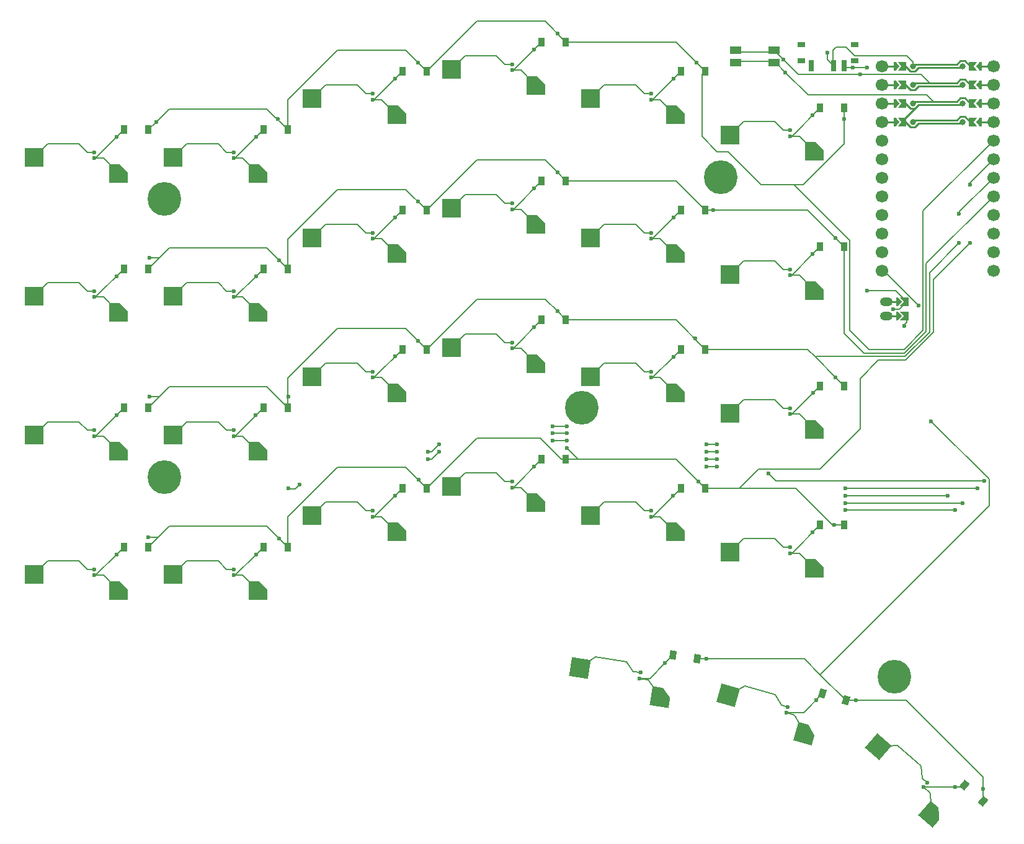
<source format=gbr>
%TF.GenerationSoftware,KiCad,Pcbnew,9.0.6*%
%TF.CreationDate,2026-01-10T00:21:16+01:00*%
%TF.ProjectId,shoedler54,73686f65-646c-4657-9235-342e6b696361,v1.0.0*%
%TF.SameCoordinates,Original*%
%TF.FileFunction,Copper,L2,Bot*%
%TF.FilePolarity,Positive*%
%FSLAX46Y46*%
G04 Gerber Fmt 4.6, Leading zero omitted, Abs format (unit mm)*
G04 Created by KiCad (PCBNEW 9.0.6) date 2026-01-10 00:21:16*
%MOMM*%
%LPD*%
G01*
G04 APERTURE LIST*
G04 Aperture macros list*
%AMRotRect*
0 Rectangle, with rotation*
0 The origin of the aperture is its center*
0 $1 length*
0 $2 width*
0 $3 Rotation angle, in degrees counterclockwise*
0 Add horizontal line*
21,1,$1,$2,0,0,$3*%
%AMOutline5P*
0 Free polygon, 5 corners , with rotation*
0 The origin of the aperture is its center*
0 number of corners: always 5*
0 $1 to $10 corner X, Y*
0 $11 Rotation angle, in degrees counterclockwise*
0 create outline with 5 corners*
4,1,5,$1,$2,$3,$4,$5,$6,$7,$8,$9,$10,$1,$2,$11*%
%AMOutline6P*
0 Free polygon, 6 corners , with rotation*
0 The origin of the aperture is its center*
0 number of corners: always 6*
0 $1 to $12 corner X, Y*
0 $13 Rotation angle, in degrees counterclockwise*
0 create outline with 6 corners*
4,1,6,$1,$2,$3,$4,$5,$6,$7,$8,$9,$10,$11,$12,$1,$2,$13*%
%AMOutline7P*
0 Free polygon, 7 corners , with rotation*
0 The origin of the aperture is its center*
0 number of corners: always 7*
0 $1 to $14 corner X, Y*
0 $15 Rotation angle, in degrees counterclockwise*
0 create outline with 7 corners*
4,1,7,$1,$2,$3,$4,$5,$6,$7,$8,$9,$10,$11,$12,$13,$14,$1,$2,$15*%
%AMOutline8P*
0 Free polygon, 8 corners , with rotation*
0 The origin of the aperture is its center*
0 number of corners: always 8*
0 $1 to $16 corner X, Y*
0 $17 Rotation angle, in degrees counterclockwise*
0 create outline with 8 corners*
4,1,8,$1,$2,$3,$4,$5,$6,$7,$8,$9,$10,$11,$12,$13,$14,$15,$16,$1,$2,$17*%
%AMFreePoly0*
4,1,6,0.250000,0.000000,-0.250000,-0.625000,-0.500000,-0.625000,-0.500000,0.625000,-0.250000,0.625000,0.250000,0.000000,0.250000,0.000000,$1*%
%AMFreePoly1*
4,1,6,0.500000,-0.625000,-0.650000,-0.625000,-0.150000,0.000000,-0.650000,0.625000,0.500000,0.625000,0.500000,-0.625000,0.500000,-0.625000,$1*%
%AMFreePoly2*
4,1,6,0.600000,-1.000000,0.000000,-0.400000,-0.600000,-1.000000,-0.600000,0.250000,0.600000,0.250000,0.600000,-1.000000,0.600000,-1.000000,$1*%
%AMFreePoly3*
4,1,6,0.600000,-0.200000,0.600000,-0.400000,-0.600000,-0.400000,-0.600000,-0.200000,0.000000,0.400000,0.600000,-0.200000,0.600000,-0.200000,$1*%
G04 Aperture macros list end*
%TA.AperFunction,SMDPad,CuDef*%
%ADD10RotRect,0.900000X1.200000X164.000000*%
%TD*%
%TA.AperFunction,SMDPad,CuDef*%
%ADD11R,0.900000X1.200000*%
%TD*%
%TA.AperFunction,SMDPad,CuDef*%
%ADD12RotRect,0.900000X1.200000X139.000000*%
%TD*%
%TA.AperFunction,SMDPad,CuDef*%
%ADD13R,1.000000X0.800000*%
%TD*%
%TA.AperFunction,SMDPad,CuDef*%
%ADD14R,0.700000X1.500000*%
%TD*%
%TA.AperFunction,SMDPad,CuDef*%
%ADD15FreePoly0,180.000000*%
%TD*%
%TA.AperFunction,ComponentPad*%
%ADD16C,1.700000*%
%TD*%
%TA.AperFunction,SMDPad,CuDef*%
%ADD17FreePoly0,0.000000*%
%TD*%
%TA.AperFunction,SMDPad,CuDef*%
%ADD18FreePoly1,0.000000*%
%TD*%
%TA.AperFunction,ComponentPad*%
%ADD19C,0.800000*%
%TD*%
%TA.AperFunction,SMDPad,CuDef*%
%ADD20FreePoly1,180.000000*%
%TD*%
%TA.AperFunction,WasherPad*%
%ADD21C,4.600000*%
%TD*%
%TA.AperFunction,SMDPad,CuDef*%
%ADD22FreePoly2,270.000000*%
%TD*%
%TA.AperFunction,ComponentPad*%
%ADD23O,1.750000X1.200000*%
%TD*%
%TA.AperFunction,SMDPad,CuDef*%
%ADD24FreePoly3,270.000000*%
%TD*%
%TA.AperFunction,SMDPad,CuDef*%
%ADD25R,1.550000X1.000000*%
%TD*%
%TA.AperFunction,SMDPad,CuDef*%
%ADD26RotRect,0.900000X1.200000X171.000000*%
%TD*%
%TA.AperFunction,SMDPad,CuDef*%
%ADD27Outline5P,-1.300000X1.300000X1.300000X1.300000X1.300000X-1.300000X-0.117000X-1.300000X-1.300000X-0.117000X180.000000*%
%TD*%
%TA.AperFunction,SMDPad,CuDef*%
%ADD28R,2.600000X2.600000*%
%TD*%
%TA.AperFunction,SMDPad,CuDef*%
%ADD29Outline5P,-1.300000X1.300000X1.300000X1.300000X1.300000X-1.300000X-0.117000X-1.300000X-1.300000X-0.117000X171.000000*%
%TD*%
%TA.AperFunction,SMDPad,CuDef*%
%ADD30RotRect,2.600000X2.600000X171.000000*%
%TD*%
%TA.AperFunction,SMDPad,CuDef*%
%ADD31Outline5P,-1.300000X1.300000X1.300000X1.300000X1.300000X-1.300000X-0.117000X-1.300000X-1.300000X-0.117000X139.000000*%
%TD*%
%TA.AperFunction,SMDPad,CuDef*%
%ADD32RotRect,2.600000X2.600000X139.000000*%
%TD*%
%TA.AperFunction,SMDPad,CuDef*%
%ADD33Outline5P,-1.300000X1.300000X1.300000X1.300000X1.300000X-1.300000X-0.117000X-1.300000X-1.300000X-0.117000X164.000000*%
%TD*%
%TA.AperFunction,SMDPad,CuDef*%
%ADD34RotRect,2.600000X2.600000X164.000000*%
%TD*%
%TA.AperFunction,ViaPad*%
%ADD35C,0.600000*%
%TD*%
%TA.AperFunction,Conductor*%
%ADD36C,0.200000*%
%TD*%
%TA.AperFunction,Conductor*%
%ADD37C,0.250000*%
%TD*%
G04 APERTURE END LIST*
D10*
%TO.P,D26,1*%
%TO.N,r0*%
X252572247Y-170967899D03*
%TO.P,D26,2*%
%TO.N,c4_r0*%
X249400083Y-170058295D03*
%TD*%
D11*
%TO.P,D21,1*%
%TO.N,r1*%
X252350000Y-147000000D03*
%TO.P,D21,2*%
%TO.N,c5_r1*%
X249050000Y-147000000D03*
%TD*%
%TO.P,D7,1*%
%TO.N,r3*%
X176350000Y-112000000D03*
%TO.P,D7,2*%
%TO.N,c1_r3*%
X173050000Y-112000000D03*
%TD*%
D12*
%TO.P,D27,1*%
%TO.N,r0*%
X271257175Y-184733378D03*
%TO.P,D27,2*%
%TO.N,c5_r0*%
X268766633Y-182568384D03*
%TD*%
D11*
%TO.P,D19,1*%
%TO.N,r3*%
X233350000Y-104000000D03*
%TO.P,D19,2*%
%TO.N,c4_r3*%
X230050000Y-104000000D03*
%TD*%
%TO.P,D1,1*%
%TO.N,r1*%
X157350000Y-150000000D03*
%TO.P,D1,2*%
%TO.N,c0_r1*%
X154050000Y-150000000D03*
%TD*%
%TO.P,D8,1*%
%TO.N,r4*%
X176350000Y-93000000D03*
%TO.P,D8,2*%
%TO.N,c1_r4*%
X173050000Y-93000000D03*
%TD*%
%TO.P,D23,1*%
%TO.N,r3*%
X252350000Y-109000000D03*
%TO.P,D23,2*%
%TO.N,c5_r3*%
X249050000Y-109000000D03*
%TD*%
D13*
%TO.P,PWR1,*%
%TO.N,*%
X246450000Y-83585000D03*
X253750000Y-83585000D03*
X246450000Y-81375000D03*
X253750000Y-81375000D03*
D14*
%TO.P,PWR1,1*%
%TO.N,N/C*%
X247850000Y-84235000D03*
%TO.P,PWR1,2*%
%TO.N,RAW*%
X250850000Y-84235000D03*
%TO.P,PWR1,3*%
%TO.N,BAT_P*%
X252350000Y-84235000D03*
%TD*%
D11*
%TO.P,D15,1*%
%TO.N,r3*%
X214350000Y-100000000D03*
%TO.P,D15,2*%
%TO.N,c3_r3*%
X211050000Y-100000000D03*
%TD*%
%TO.P,D5,1*%
%TO.N,r1*%
X176350000Y-150000000D03*
%TO.P,D5,2*%
%TO.N,c1_r1*%
X173050000Y-150000000D03*
%TD*%
%TO.P,D11,1*%
%TO.N,r3*%
X195350000Y-104000000D03*
%TO.P,D11,2*%
%TO.N,c2_r3*%
X192050000Y-104000000D03*
%TD*%
D15*
%TO.P,MCU1,1*%
%TO.N,MCU1_1*%
X270600000Y-84300000D03*
D16*
X272720000Y-84300000D03*
D15*
%TO.P,MCU1,2*%
%TO.N,MCU1_2*%
X270600000Y-86840000D03*
D16*
X272720000Y-86840000D03*
D15*
%TO.P,MCU1,3*%
%TO.N,MCU1_3*%
X270600000Y-89380000D03*
D16*
X272720000Y-89380000D03*
D15*
%TO.P,MCU1,4*%
%TO.N,MCU1_4*%
X270600000Y-91920000D03*
D16*
X272720000Y-91920000D03*
%TO.P,MCU1,5*%
%TO.N,r4*%
X272720000Y-94460000D03*
%TO.P,MCU1,6*%
%TO.N,r1*%
X272720000Y-97000000D03*
%TO.P,MCU1,7*%
%TO.N,r2*%
X272720000Y-99540000D03*
%TO.P,MCU1,8*%
%TO.N,r3*%
X272720000Y-102080000D03*
%TO.P,MCU1,9*%
%TO.N,DA*%
X272720000Y-104620000D03*
%TO.P,MCU1,10*%
%TO.N,CL*%
X272720000Y-107160000D03*
%TO.P,MCU1,11*%
%TO.N,c3*%
X272720000Y-109700000D03*
%TO.P,MCU1,12*%
%TO.N,c4*%
X272720000Y-112240000D03*
%TO.P,MCU1,13*%
%TO.N,r0*%
X257480000Y-112240000D03*
%TO.P,MCU1,14*%
%TO.N,c2*%
X257480000Y-109700000D03*
%TO.P,MCU1,15*%
%TO.N,CS*%
X257480000Y-107160000D03*
%TO.P,MCU1,16*%
%TO.N,c0*%
X257480000Y-104620000D03*
%TO.P,MCU1,17*%
%TO.N,c1*%
X257480000Y-102080000D03*
%TO.P,MCU1,18*%
%TO.N,c5*%
X257480000Y-99540000D03*
%TO.P,MCU1,19*%
%TO.N,P20*%
X257480000Y-97000000D03*
%TO.P,MCU1,20*%
%TO.N,P21*%
X257480000Y-94460000D03*
%TO.P,MCU1,21*%
%TO.N,MCU1_21*%
X257480000Y-91920000D03*
D17*
X259600000Y-91920000D03*
D16*
%TO.P,MCU1,22*%
%TO.N,MCU1_22*%
X257480000Y-89380000D03*
D17*
X259600000Y-89380000D03*
D16*
%TO.P,MCU1,23*%
%TO.N,MCU1_23*%
X257480000Y-86840000D03*
D17*
X259600000Y-86840000D03*
D16*
%TO.P,MCU1,24*%
%TO.N,MCU1_24*%
X257480000Y-84300000D03*
D17*
X259600000Y-84300000D03*
D18*
%TO.P,MCU1,101*%
%TO.N,P1*%
X260325000Y-84300000D03*
D19*
X268500000Y-84300000D03*
D18*
%TO.P,MCU1,102*%
%TO.N,P0*%
X260325000Y-86840000D03*
D19*
X268500000Y-86840000D03*
D18*
%TO.P,MCU1,103*%
%TO.N,GND*%
X260325000Y-89380000D03*
D19*
X268500000Y-89380000D03*
D18*
%TO.P,MCU1,104*%
X260325000Y-91920000D03*
D19*
X268500000Y-91920000D03*
%TO.P,MCU1,121*%
%TO.N,VCC*%
X261700000Y-91920000D03*
D20*
X269875000Y-91920000D03*
D19*
%TO.P,MCU1,122*%
%TO.N,RST*%
X261700000Y-89380000D03*
D20*
X269875000Y-89380000D03*
D19*
%TO.P,MCU1,123*%
%TO.N,GND*%
X261700000Y-86840000D03*
D20*
X269875000Y-86840000D03*
D19*
%TO.P,MCU1,124*%
%TO.N,RAW*%
X261700000Y-84300000D03*
D20*
X269875000Y-84300000D03*
%TD*%
D11*
%TO.P,D16,1*%
%TO.N,r4*%
X214350000Y-81000000D03*
%TO.P,D16,2*%
%TO.N,c3_r4*%
X211050000Y-81000000D03*
%TD*%
%TO.P,D12,1*%
%TO.N,r4*%
X195350000Y-85000000D03*
%TO.P,D12,2*%
%TO.N,c2_r4*%
X192050000Y-85000000D03*
%TD*%
D21*
%TO.P,MH1,*%
%TO.N,*%
X159500000Y-102500000D03*
%TD*%
%TO.P,MH5,*%
%TO.N,*%
X216500000Y-131000000D03*
%TD*%
D11*
%TO.P,D22,1*%
%TO.N,r2*%
X252350000Y-128000000D03*
%TO.P,D22,2*%
%TO.N,c5_r2*%
X249050000Y-128000000D03*
%TD*%
D21*
%TO.P,MH4,*%
%TO.N,*%
X259163733Y-167726197D03*
%TD*%
%TO.P,MH3,*%
%TO.N,*%
X159500000Y-140500000D03*
%TD*%
D11*
%TO.P,D17,1*%
%TO.N,r1*%
X233350000Y-142000000D03*
%TO.P,D17,2*%
%TO.N,c4_r1*%
X230050000Y-142000000D03*
%TD*%
%TO.P,D9,1*%
%TO.N,r1*%
X195350000Y-142000000D03*
%TO.P,D9,2*%
%TO.N,c2_r1*%
X192050000Y-142000000D03*
%TD*%
D22*
%TO.P,JST1,1*%
%TO.N,BAT_P*%
X260876000Y-116500000D03*
%TO.P,JST1,2*%
%TO.N,GND*%
X260876000Y-118500000D03*
D23*
%TO.P,JST1,11*%
%TO.N,JST1_1*%
X258060000Y-118500000D03*
%TO.P,JST1,12*%
%TO.N,JST1_2*%
X258060000Y-116500000D03*
D24*
%TO.P,JST1,31*%
%TO.N,JST1_1*%
X259860000Y-118500000D03*
%TO.P,JST1,32*%
%TO.N,JST1_2*%
X259860000Y-116500000D03*
%TD*%
D11*
%TO.P,D14,1*%
%TO.N,r2*%
X214350000Y-119000000D03*
%TO.P,D14,2*%
%TO.N,c3_r2*%
X211050000Y-119000000D03*
%TD*%
%TO.P,D24,1*%
%TO.N,r4*%
X252350000Y-90000000D03*
%TO.P,D24,2*%
%TO.N,c5_r4*%
X249050000Y-90000000D03*
%TD*%
%TO.P,D6,1*%
%TO.N,r2*%
X176350000Y-131000000D03*
%TO.P,D6,2*%
%TO.N,c1_r2*%
X173050000Y-131000000D03*
%TD*%
%TO.P,D20,1*%
%TO.N,r4*%
X233350000Y-85000000D03*
%TO.P,D20,2*%
%TO.N,c4_r4*%
X230050000Y-85000000D03*
%TD*%
D25*
%TO.P,RST1,1*%
%TO.N,GND*%
X237475000Y-82150000D03*
%TO.P,RST1,2*%
%TO.N,RST*%
X237475000Y-83850000D03*
%TO.P,RST1,3*%
%TO.N,GND*%
X242725000Y-82150000D03*
%TO.P,RST1,4*%
%TO.N,RST*%
X242725000Y-83850000D03*
%TD*%
D11*
%TO.P,D4,1*%
%TO.N,r4*%
X157350000Y-93000000D03*
%TO.P,D4,2*%
%TO.N,c0_r4*%
X154050000Y-93000000D03*
%TD*%
D21*
%TO.P,MH2,*%
%TO.N,*%
X235500000Y-99500000D03*
%TD*%
D26*
%TO.P,D25,1*%
%TO.N,r0*%
X232257010Y-165294794D03*
%TO.P,D25,2*%
%TO.N,c3_r0*%
X228997638Y-164778560D03*
%TD*%
D11*
%TO.P,D2,1*%
%TO.N,r2*%
X157350000Y-131000000D03*
%TO.P,D2,2*%
%TO.N,c0_r2*%
X154050000Y-131000000D03*
%TD*%
%TO.P,D3,1*%
%TO.N,r3*%
X157350000Y-112000000D03*
%TO.P,D3,2*%
%TO.N,c0_r3*%
X154050000Y-112000000D03*
%TD*%
%TO.P,D10,1*%
%TO.N,r2*%
X195350000Y-123000000D03*
%TO.P,D10,2*%
%TO.N,c2_r2*%
X192050000Y-123000000D03*
%TD*%
%TO.P,D13,1*%
%TO.N,r1*%
X214350000Y-138000000D03*
%TO.P,D13,2*%
%TO.N,c3_r1*%
X211050000Y-138000000D03*
%TD*%
%TO.P,D18,1*%
%TO.N,r2*%
X233350000Y-123000000D03*
%TO.P,D18,2*%
%TO.N,c4_r2*%
X230050000Y-123000000D03*
%TD*%
D27*
%TO.P,S19,1*%
%TO.N,c4_r3*%
X229275000Y-109950000D03*
D28*
%TO.P,S19,2*%
%TO.N,c4*%
X217725000Y-107750000D03*
%TD*%
D27*
%TO.P,S6,1*%
%TO.N,c1_r2*%
X172275000Y-136950000D03*
D28*
%TO.P,S6,2*%
%TO.N,c1*%
X160725000Y-134750000D03*
%TD*%
D27*
%TO.P,S24,1*%
%TO.N,c5_r4*%
X248275000Y-95950000D03*
D28*
%TO.P,S24,2*%
%TO.N,c5*%
X236725000Y-93750000D03*
%TD*%
D27*
%TO.P,S8,1*%
%TO.N,c1_r4*%
X172275000Y-98950000D03*
D28*
%TO.P,S8,2*%
%TO.N,c1*%
X160725000Y-96750000D03*
%TD*%
D27*
%TO.P,S7,1*%
%TO.N,c1_r3*%
X172275000Y-117950000D03*
D28*
%TO.P,S7,2*%
%TO.N,c1*%
X160725000Y-115750000D03*
%TD*%
D27*
%TO.P,S4,1*%
%TO.N,c0_r4*%
X153275000Y-98950000D03*
D28*
%TO.P,S4,2*%
%TO.N,c0*%
X141725000Y-96750000D03*
%TD*%
D29*
%TO.P,S25,1*%
%TO.N,c3_r0*%
X227301394Y-170534068D03*
D30*
%TO.P,S25,2*%
%TO.N,c3*%
X216237750Y-166554336D03*
%TD*%
D27*
%TO.P,S5,1*%
%TO.N,c1_r1*%
X172275000Y-155950000D03*
D28*
%TO.P,S5,2*%
%TO.N,c1*%
X160725000Y-153750000D03*
%TD*%
D27*
%TO.P,S14,1*%
%TO.N,c3_r2*%
X210275000Y-124950000D03*
D28*
%TO.P,S14,2*%
%TO.N,c3*%
X198725000Y-122750000D03*
%TD*%
D27*
%TO.P,S23,1*%
%TO.N,c5_r3*%
X248275000Y-114950000D03*
D28*
%TO.P,S23,2*%
%TO.N,c5*%
X236725000Y-112750000D03*
%TD*%
D27*
%TO.P,S20,1*%
%TO.N,c4_r4*%
X229275000Y-90950000D03*
D28*
%TO.P,S20,2*%
%TO.N,c4*%
X217725000Y-88750000D03*
%TD*%
D27*
%TO.P,S16,1*%
%TO.N,c3_r4*%
X210275000Y-86950000D03*
D28*
%TO.P,S16,2*%
%TO.N,c3*%
X198725000Y-84750000D03*
%TD*%
D27*
%TO.P,S1,1*%
%TO.N,c0_r1*%
X153275000Y-155950000D03*
D28*
%TO.P,S1,2*%
%TO.N,c0*%
X141725000Y-153750000D03*
%TD*%
D27*
%TO.P,S15,1*%
%TO.N,c3_r3*%
X210275000Y-105950000D03*
D28*
%TO.P,S15,2*%
%TO.N,c3*%
X198725000Y-103750000D03*
%TD*%
D27*
%TO.P,S2,1*%
%TO.N,c0_r2*%
X153275000Y-136950000D03*
D28*
%TO.P,S2,2*%
%TO.N,c0*%
X141725000Y-134750000D03*
%TD*%
D27*
%TO.P,S18,1*%
%TO.N,c4_r2*%
X229275000Y-128950000D03*
D28*
%TO.P,S18,2*%
%TO.N,c4*%
X217725000Y-126750000D03*
%TD*%
D27*
%TO.P,S17,1*%
%TO.N,c4_r1*%
X229275000Y-147950000D03*
D28*
%TO.P,S17,2*%
%TO.N,c4*%
X217725000Y-145750000D03*
%TD*%
D27*
%TO.P,S11,1*%
%TO.N,c2_r3*%
X191275000Y-109950000D03*
D28*
%TO.P,S11,2*%
%TO.N,c2*%
X179725000Y-107750000D03*
%TD*%
D27*
%TO.P,S21,1*%
%TO.N,c5_r1*%
X248275000Y-152950000D03*
D28*
%TO.P,S21,2*%
%TO.N,c5*%
X236725000Y-150750000D03*
%TD*%
D27*
%TO.P,S12,1*%
%TO.N,c2_r4*%
X191275000Y-90950000D03*
D28*
%TO.P,S12,2*%
%TO.N,c2*%
X179725000Y-88750000D03*
%TD*%
D27*
%TO.P,S9,1*%
%TO.N,c2_r1*%
X191275000Y-147950000D03*
D28*
%TO.P,S9,2*%
%TO.N,c2*%
X179725000Y-145750000D03*
%TD*%
D27*
%TO.P,S3,1*%
%TO.N,c0_r3*%
X153275000Y-117950000D03*
D28*
%TO.P,S3,2*%
%TO.N,c0*%
X141725000Y-115750000D03*
%TD*%
D27*
%TO.P,S13,1*%
%TO.N,c3_r1*%
X210275000Y-143950000D03*
D28*
%TO.P,S13,2*%
%TO.N,c3*%
X198725000Y-141750000D03*
%TD*%
D27*
%TO.P,S22,1*%
%TO.N,c5_r2*%
X248275000Y-133950000D03*
D28*
%TO.P,S22,2*%
%TO.N,c5*%
X236725000Y-131750000D03*
%TD*%
D31*
%TO.P,S27,1*%
%TO.N,c5_r0*%
X264278182Y-186550460D03*
D32*
%TO.P,S27,2*%
%TO.N,c5*%
X257004616Y-177312617D03*
%TD*%
D33*
%TO.P,S26,1*%
%TO.N,c4_r0*%
X247015063Y-175564183D03*
D34*
%TO.P,S26,2*%
%TO.N,c4*%
X236518892Y-170265796D03*
%TD*%
D27*
%TO.P,S10,1*%
%TO.N,c2_r2*%
X191275000Y-128950000D03*
D28*
%TO.P,S10,2*%
%TO.N,c2*%
X179725000Y-126750000D03*
%TD*%
D35*
%TO.N,GND*%
X260500000Y-119802000D03*
%TO.N,BAT_P*%
X259000000Y-117500000D03*
X253500000Y-84500000D03*
%TO.N,GND*%
X244044869Y-83437757D03*
%TO.N,RST*%
X244325000Y-85175000D03*
%TO.N,r3*%
X234500000Y-104000000D03*
%TO.N,c4_r3*%
X229025000Y-105025000D03*
%TO.N,RAW*%
X250000000Y-82500000D03*
%TO.N,r4*%
X252350000Y-91500000D03*
%TO.N,c5_r4*%
X248025000Y-91025000D03*
%TO.N,r4*%
X232175000Y-83825000D03*
%TO.N,c4_r4*%
X229025000Y-86025000D03*
%TO.N,r4*%
X213216826Y-79866826D03*
%TO.N,c3_r4*%
X210025000Y-82025000D03*
%TO.N,r4*%
X194175000Y-83825000D03*
%TO.N,c2_r4*%
X191000000Y-86000000D03*
%TO.N,r4*%
X175000000Y-91500000D03*
%TO.N,c1_r4*%
X172025000Y-94025000D03*
%TO.N,r4*%
X158425000Y-91925000D03*
%TO.N,c0_r4*%
X153025000Y-94025000D03*
%TO.N,r3*%
X157500000Y-110500000D03*
%TO.N,c0_r3*%
X153000000Y-113000000D03*
%TO.N,r3*%
X175175000Y-110825000D03*
%TO.N,c1_r3*%
X172025000Y-113025000D03*
%TO.N,r3*%
X194127111Y-102777111D03*
%TO.N,c2_r3*%
X191000000Y-105000000D03*
%TO.N,r3*%
X213175000Y-98825000D03*
%TO.N,c3_r3*%
X210000000Y-101000000D03*
%TO.N,r3*%
X251175000Y-107825000D03*
%TO.N,c5_r3*%
X248025000Y-110025000D03*
%TO.N,r2*%
X251175000Y-126825000D03*
%TO.N,c5_r2*%
X248112089Y-128945193D03*
%TO.N,r2*%
X232000000Y-121500000D03*
%TO.N,c4_r2*%
X229025000Y-124025000D03*
%TO.N,r2*%
X213175000Y-117825000D03*
%TO.N,c3_r2*%
X210000000Y-120000000D03*
%TO.N,r2*%
X194175000Y-121825000D03*
%TO.N,c2_r2*%
X191000000Y-124000000D03*
%TO.N,r2*%
X176500000Y-129500000D03*
%TO.N,c1_r2*%
X172000000Y-132000000D03*
%TO.N,r2*%
X157500000Y-129500000D03*
%TO.N,c0_r2*%
X153000000Y-132000000D03*
%TO.N,c0_r1*%
X153025000Y-151025000D03*
%TO.N,r1*%
X157350000Y-148645862D03*
X175175000Y-148825000D03*
%TO.N,c1_r1*%
X172025000Y-151025000D03*
%TO.N,r0*%
X271257175Y-183080363D03*
%TO.N,c5_r0*%
X267500000Y-182835844D03*
%TO.N,c4_r0*%
X248479189Y-170979189D03*
%TO.N,r0*%
X253967899Y-170967899D03*
%TO.N,c3_r0*%
X227888099Y-165888099D03*
%TO.N,r0*%
X233500000Y-165294794D03*
%TO.N,c2_r1*%
X191000000Y-143000000D03*
%TO.N,r1*%
X194211098Y-140854309D03*
X232425000Y-141075000D03*
%TO.N,c4_r1*%
X229000000Y-143000000D03*
%TO.N,r1*%
X251000000Y-147000000D03*
%TO.N,c5_r1*%
X248000000Y-148000000D03*
%TO.N,r1*%
X214500000Y-136500000D03*
%TO.N,c3_r1*%
X210025000Y-139025000D03*
%TO.N,GND*%
X254500000Y-85451000D03*
%TO.N,BAT_P*%
X255500000Y-115000000D03*
X255500000Y-84500000D03*
%TO.N,r1*%
X269500000Y-100500000D03*
X269500000Y-108500000D03*
%TO.N,r2*%
X268000000Y-104500000D03*
X268000000Y-108500000D03*
%TO.N,r0*%
X262508665Y-116991335D03*
X264174972Y-132825028D03*
%TO.N,c0_r1*%
X150000000Y-153875000D03*
%TO.N,c0*%
X214500000Y-135500000D03*
X212500000Y-135500000D03*
X195500000Y-138000000D03*
X267500000Y-145000000D03*
X150000000Y-134075000D03*
X176500000Y-142000000D03*
X252500000Y-145000000D03*
X197000000Y-137000000D03*
X150000000Y-153075000D03*
X235000000Y-139000000D03*
X233500000Y-139000000D03*
X178000000Y-141500000D03*
X150000000Y-96075000D03*
X150000000Y-115075000D03*
%TO.N,c0_r2*%
X150000000Y-134875000D03*
%TO.N,c0_r3*%
X150000000Y-115875000D03*
%TO.N,c0_r4*%
X150000000Y-96875000D03*
%TO.N,c1_r1*%
X169000000Y-153875000D03*
%TO.N,c1*%
X212500000Y-134500000D03*
X195500000Y-137000000D03*
X197000000Y-136000000D03*
X252500000Y-144000000D03*
X233500000Y-138000000D03*
X214500000Y-134500000D03*
X268500000Y-144000000D03*
X169000000Y-96075000D03*
X235000000Y-138000000D03*
X169000000Y-134075000D03*
X169000000Y-115075000D03*
X169000000Y-153075000D03*
%TO.N,c1_r2*%
X169000000Y-134875000D03*
%TO.N,c1_r3*%
X169000000Y-115875000D03*
%TO.N,c1_r4*%
X169000000Y-96875000D03*
%TO.N,c2_r1*%
X188000000Y-145875000D03*
%TO.N,c2*%
X266500000Y-143000000D03*
X212500000Y-133500000D03*
X188000000Y-107075000D03*
X188000000Y-126075000D03*
X188000000Y-88075000D03*
X233500000Y-137000000D03*
X235000000Y-137000000D03*
X188000000Y-145075000D03*
X214500000Y-133500000D03*
X252500000Y-143000000D03*
%TO.N,c2_r2*%
X188000000Y-126875000D03*
%TO.N,c2_r3*%
X188000000Y-107875000D03*
%TO.N,c2_r4*%
X188000000Y-88875000D03*
%TO.N,c3_r1*%
X207000000Y-141875000D03*
%TO.N,c3*%
X224516464Y-167182142D03*
X233500000Y-136000000D03*
X235000000Y-136000000D03*
X207000000Y-122075000D03*
X207000000Y-84075000D03*
X207000000Y-141075000D03*
X270500000Y-142000000D03*
X207000000Y-103075000D03*
X252500000Y-142000000D03*
%TO.N,c3_r2*%
X207000000Y-122875000D03*
%TO.N,c3_r3*%
X207000000Y-103875000D03*
%TO.N,c3_r4*%
X207000000Y-84875000D03*
%TO.N,c4_r1*%
X226000000Y-145875000D03*
%TO.N,c4*%
X271500000Y-141000000D03*
X244659388Y-171897844D03*
X226000000Y-107075000D03*
X226000000Y-145075000D03*
X226000000Y-126075000D03*
X242000000Y-140000000D03*
X226000000Y-88075000D03*
%TO.N,c4_r2*%
X226000000Y-126875000D03*
%TO.N,c4_r3*%
X226000000Y-107875000D03*
%TO.N,c4_r4*%
X226000000Y-88875000D03*
%TO.N,c5_r1*%
X245000000Y-150875000D03*
%TO.N,c5*%
X245000000Y-112075000D03*
X245000000Y-93075000D03*
X245000000Y-150075000D03*
X263692678Y-182232077D03*
X245000000Y-131075000D03*
%TO.N,c5_r2*%
X245000000Y-131875000D03*
%TO.N,c5_r3*%
X245000000Y-112875000D03*
%TO.N,c5_r4*%
X245000000Y-93875000D03*
%TO.N,c3_r0*%
X224391316Y-167972292D03*
%TO.N,c4_r0*%
X244438878Y-172666853D03*
%TO.N,c5_r0*%
X263167830Y-182835844D03*
%TD*%
D36*
%TO.N,r4*%
X236500000Y-96000000D02*
X235000000Y-96000000D01*
X241000000Y-100500000D02*
X236500000Y-96000000D01*
X235000000Y-96000000D02*
X232899000Y-93899000D01*
X241000000Y-100500000D02*
X245000000Y-100500000D01*
%TO.N,GND*%
X260876000Y-119327442D02*
X260398628Y-119804814D01*
X260876000Y-118500000D02*
X260876000Y-119327442D01*
%TO.N,BAT_P*%
X259000000Y-117500000D02*
X259876000Y-117500000D01*
X259876000Y-117500000D02*
X260876000Y-116500000D01*
X253500000Y-84500000D02*
X255500000Y-84500000D01*
%TO.N,RST*%
X244325000Y-85175000D02*
X247379000Y-88229000D01*
%TO.N,c4_r3*%
X229025000Y-105025000D02*
X226175000Y-107875000D01*
D37*
%TO.N,RAW*%
X269875000Y-84300000D02*
X269525305Y-84300000D01*
X269525305Y-84300000D02*
X268800305Y-83575000D01*
X268800305Y-83575000D02*
X268199695Y-83575000D01*
X268199695Y-83575000D02*
X267694695Y-84080000D01*
X267694695Y-84080000D02*
X261920000Y-84080000D01*
X261920000Y-84080000D02*
X261700000Y-84300000D01*
D36*
X250850000Y-84235000D02*
X250799000Y-84184000D01*
X252547000Y-81674000D02*
X253757000Y-82884000D01*
X250799000Y-84184000D02*
X250799000Y-82143215D01*
X250799000Y-82143215D02*
X251268215Y-81674000D01*
X251268215Y-81674000D02*
X252547000Y-81674000D01*
X253757000Y-82884000D02*
X260849685Y-82884000D01*
X260849685Y-82884000D02*
X261700000Y-83734315D01*
X261700000Y-83734315D02*
X261700000Y-84300000D01*
X250000000Y-82500000D02*
X250000000Y-83385000D01*
X250000000Y-83385000D02*
X250850000Y-84235000D01*
%TO.N,r4*%
X252350000Y-91500000D02*
X252350000Y-90000000D01*
X232175000Y-83825000D02*
X233350000Y-85000000D01*
%TO.N,c4_r4*%
X229025000Y-86025000D02*
X226175000Y-88875000D01*
%TO.N,c3_r4*%
X210025000Y-82025000D02*
X207175000Y-84875000D01*
%TO.N,r4*%
X194175000Y-83825000D02*
X195350000Y-85000000D01*
X158425000Y-91925000D02*
X160201000Y-90149000D01*
%TO.N,c0_r4*%
X153025000Y-94025000D02*
X150175000Y-96875000D01*
%TO.N,r3*%
X157350000Y-112000000D02*
X158850000Y-110500000D01*
X157500000Y-110500000D02*
X158850000Y-110500000D01*
X175175000Y-110825000D02*
X176350000Y-112000000D01*
%TO.N,c1_r3*%
X172025000Y-113025000D02*
X169175000Y-115875000D01*
%TO.N,r3*%
X213175000Y-98825000D02*
X214350000Y-100000000D01*
X251175000Y-107825000D02*
X252350000Y-109000000D01*
%TO.N,c5_r3*%
X248025000Y-110025000D02*
X245175000Y-112875000D01*
%TO.N,r2*%
X251175000Y-126825000D02*
X252350000Y-128000000D01*
%TO.N,c4_r2*%
X229025000Y-124025000D02*
X226175000Y-126875000D01*
%TO.N,r2*%
X213175000Y-117825000D02*
X214350000Y-119000000D01*
X194175000Y-121825000D02*
X195350000Y-123000000D01*
X157350000Y-131000000D02*
X158850000Y-129500000D01*
X157500000Y-129500000D02*
X158850000Y-129500000D01*
%TO.N,c0_r1*%
X153025000Y-151025000D02*
X150175000Y-153875000D01*
%TO.N,r1*%
X157350000Y-150000000D02*
X158675000Y-148675000D01*
X157350000Y-148645862D02*
X158645862Y-148645862D01*
X158645862Y-148645862D02*
X158675000Y-148675000D01*
X175175000Y-148825000D02*
X176350000Y-150000000D01*
%TO.N,c1_r1*%
X172025000Y-151025000D02*
X169175000Y-153875000D01*
%TO.N,c5_r0*%
X267500000Y-182835844D02*
X263167830Y-182835844D01*
%TO.N,c3_r0*%
X227888099Y-165888099D02*
X225803906Y-167972292D01*
%TO.N,r1*%
X214350000Y-138000000D02*
X216000000Y-138000000D01*
X214500000Y-136500000D02*
X216000000Y-138000000D01*
X195000000Y-141650000D02*
X195350000Y-142000000D01*
%TO.N,GND*%
X254500000Y-85451000D02*
X262831000Y-85451000D01*
%TO.N,BAT_P*%
X255500000Y-115000000D02*
X259376000Y-115000000D01*
X259376000Y-115000000D02*
X260876000Y-116500000D01*
X252615000Y-84500000D02*
X253500000Y-84500000D01*
X252350000Y-84235000D02*
X252615000Y-84500000D01*
D37*
%TO.N,GND*%
X260325000Y-91920000D02*
X260325000Y-91780305D01*
X260325000Y-91780305D02*
X262000305Y-90105000D01*
X267694695Y-86620000D02*
X264000000Y-86620000D01*
D36*
X242725000Y-82150000D02*
X246026000Y-85451000D01*
X246026000Y-85451000D02*
X254500000Y-85451000D01*
X262831000Y-85451000D02*
X264000000Y-86620000D01*
X237475000Y-82150000D02*
X237676000Y-82351000D01*
X237676000Y-82351000D02*
X242524000Y-82351000D01*
X242524000Y-82351000D02*
X242725000Y-82150000D01*
%TO.N,RST*%
X237475000Y-83850000D02*
X237676000Y-83649000D01*
X242524000Y-83649000D02*
X242725000Y-83850000D01*
X237676000Y-83649000D02*
X242524000Y-83649000D01*
D37*
X267694695Y-89160000D02*
X264500000Y-89160000D01*
D36*
X242725000Y-83850000D02*
X243000000Y-83850000D01*
X243000000Y-83850000D02*
X244325000Y-85175000D01*
X247379000Y-88229000D02*
X263569000Y-88229000D01*
X263569000Y-88229000D02*
X264500000Y-89160000D01*
%TO.N,r1*%
X269500000Y-100500000D02*
X269500000Y-100220000D01*
X269500000Y-100220000D02*
X272720000Y-97000000D01*
X264500000Y-113500000D02*
X269500000Y-108500000D01*
X260500000Y-124500000D02*
X260701300Y-124500000D01*
X260701300Y-124500000D02*
X264500000Y-120701300D01*
X264500000Y-120701300D02*
X264500000Y-113500000D01*
%TO.N,r2*%
X268000000Y-104500000D02*
X268000000Y-104260000D01*
X268000000Y-104260000D02*
X272720000Y-99540000D01*
X264000000Y-112500000D02*
X268000000Y-108500000D01*
X260500000Y-124000000D02*
X260634200Y-124000000D01*
X260634200Y-124000000D02*
X264000000Y-120634200D01*
X264000000Y-120634200D02*
X264000000Y-112500000D01*
%TO.N,r3*%
X252350000Y-109000000D02*
X252350000Y-120850000D01*
X252350000Y-120850000D02*
X255000000Y-123500000D01*
X255000000Y-123500000D02*
X260567100Y-123500000D01*
X260567100Y-123500000D02*
X263510665Y-120556435D01*
X263510665Y-120556435D02*
X263510665Y-111289335D01*
X263510665Y-111289335D02*
X272720000Y-102080000D01*
%TO.N,r4*%
X260500000Y-123000000D02*
X263109665Y-120390335D01*
X263109665Y-120390335D02*
X263109665Y-104070335D01*
X263109665Y-104070335D02*
X272720000Y-94460000D01*
%TO.N,r2*%
X249500000Y-124000000D02*
X260500000Y-124000000D01*
X248425000Y-124075000D02*
X248500000Y-124000000D01*
X248500000Y-124000000D02*
X249500000Y-124000000D01*
%TO.N,r1*%
X257000000Y-124500000D02*
X260500000Y-124500000D01*
X254500000Y-133899000D02*
X254500000Y-128500000D01*
X249000000Y-139399000D02*
X254500000Y-133899000D01*
X254500000Y-128500000D02*
X254500000Y-127000000D01*
X240601000Y-139399000D02*
X249000000Y-139399000D01*
X254500000Y-127000000D02*
X257000000Y-124500000D01*
%TO.N,r0*%
X262508665Y-116991335D02*
X257757330Y-112240000D01*
X257757330Y-112240000D02*
X257480000Y-112240000D01*
%TO.N,r2*%
X247350000Y-123000000D02*
X248425000Y-124075000D01*
%TO.N,r1*%
X238000000Y-142000000D02*
X240601000Y-139399000D01*
X233350000Y-142000000D02*
X238000000Y-142000000D01*
%TO.N,r0*%
X272101000Y-140751057D02*
X264174972Y-132825028D01*
X272101000Y-144399000D02*
X272101000Y-140751057D01*
X249052174Y-167447826D02*
X272101000Y-144399000D01*
X252572247Y-170967899D02*
X249052174Y-167447826D01*
%TO.N,r4*%
X253101000Y-120399000D02*
X255702000Y-123000000D01*
X245000000Y-100500000D02*
X246750678Y-100500000D01*
X245000000Y-100500000D02*
X245502000Y-100500000D01*
X245502000Y-100500000D02*
X253101000Y-108099000D01*
X255702000Y-123000000D02*
X260500000Y-123000000D01*
X253101000Y-108099000D02*
X253101000Y-120399000D01*
%TO.N,c0_r1*%
X153275000Y-155950000D02*
X151200000Y-153875000D01*
X154050000Y-150000000D02*
X153025000Y-151025000D01*
X150175000Y-153875000D02*
X150000000Y-153875000D01*
X151200000Y-153875000D02*
X150000000Y-153875000D01*
%TO.N,c0*%
X143579000Y-132896000D02*
X147859834Y-132896000D01*
X149038834Y-134075000D02*
X150000000Y-134075000D01*
X195500000Y-138000000D02*
X196000000Y-138000000D01*
X149038834Y-115075000D02*
X150000000Y-115075000D01*
X143579000Y-94896000D02*
X147859834Y-94896000D01*
X252500000Y-145000000D02*
X267500000Y-145000000D01*
X176500000Y-142000000D02*
X176601000Y-142101000D01*
X176601000Y-142101000D02*
X177399000Y-142101000D01*
X147859834Y-151896000D02*
X149038834Y-153075000D01*
X212500000Y-135500000D02*
X214500000Y-135500000D01*
X233500000Y-139000000D02*
X235000000Y-139000000D01*
X149038834Y-96075000D02*
X150000000Y-96075000D01*
X149038834Y-153075000D02*
X150000000Y-153075000D01*
X147859834Y-113896000D02*
X149038834Y-115075000D01*
X143579000Y-113896000D02*
X147859834Y-113896000D01*
X141725000Y-115750000D02*
X143579000Y-113896000D01*
X143579000Y-151896000D02*
X147859834Y-151896000D01*
X141725000Y-96750000D02*
X143579000Y-94896000D01*
X196000000Y-138000000D02*
X197000000Y-137000000D01*
X147859834Y-132896000D02*
X149038834Y-134075000D01*
X177399000Y-142101000D02*
X178000000Y-141500000D01*
X141725000Y-153750000D02*
X143579000Y-151896000D01*
X141725000Y-134750000D02*
X143579000Y-132896000D01*
X147859834Y-94896000D02*
X149038834Y-96075000D01*
D37*
%TO.N,GND*%
X262495305Y-92150000D02*
X268270000Y-92150000D01*
X268199695Y-86115000D02*
X267694695Y-86620000D01*
X268800305Y-86115000D02*
X268199695Y-86115000D01*
X260325000Y-91920000D02*
X260674695Y-91920000D01*
X260674695Y-91920000D02*
X261399695Y-92645000D01*
X264000000Y-86620000D02*
X261920000Y-86620000D01*
X260325000Y-89380000D02*
X260674695Y-89380000D01*
X269525305Y-86840000D02*
X268800305Y-86115000D01*
X262000305Y-92645000D02*
X262495305Y-92150000D01*
X261399695Y-92645000D02*
X262000305Y-92645000D01*
X260674695Y-89380000D02*
X261399695Y-90105000D01*
X269875000Y-86840000D02*
X269525305Y-86840000D01*
X261399695Y-90105000D02*
X262000305Y-90105000D01*
X262495305Y-89610000D02*
X268270000Y-89610000D01*
X262000305Y-90105000D02*
X262495305Y-89610000D01*
D36*
%TO.N,c0_r2*%
X150175000Y-134875000D02*
X150000000Y-134875000D01*
X153275000Y-136950000D02*
X151200000Y-134875000D01*
X154050000Y-131000000D02*
X150175000Y-134875000D01*
X151200000Y-134875000D02*
X150000000Y-134875000D01*
%TO.N,c0_r3*%
X154050000Y-112000000D02*
X150175000Y-115875000D01*
X151200000Y-115875000D02*
X150000000Y-115875000D01*
X150175000Y-115875000D02*
X150000000Y-115875000D01*
X153275000Y-117950000D02*
X151200000Y-115875000D01*
%TO.N,c0_r4*%
X153275000Y-98950000D02*
X151200000Y-96875000D01*
X150175000Y-96875000D02*
X150000000Y-96875000D01*
X154050000Y-93000000D02*
X153025000Y-94025000D01*
X151200000Y-96875000D02*
X150000000Y-96875000D01*
%TO.N,c1_r1*%
X172275000Y-155950000D02*
X170200000Y-153875000D01*
X170200000Y-153875000D02*
X169000000Y-153875000D01*
X169175000Y-153875000D02*
X169000000Y-153875000D01*
X173050000Y-150000000D02*
X172025000Y-151025000D01*
%TO.N,c1*%
X166859834Y-94896000D02*
X168038834Y-96075000D01*
X168038834Y-96075000D02*
X169000000Y-96075000D01*
X168038834Y-115075000D02*
X169000000Y-115075000D01*
X162579000Y-94896000D02*
X166859834Y-94896000D01*
X160725000Y-96750000D02*
X162579000Y-94896000D01*
X168038834Y-134075000D02*
X169000000Y-134075000D01*
X233500000Y-138000000D02*
X235000000Y-138000000D01*
X195500000Y-137000000D02*
X196000000Y-137000000D01*
X212500000Y-134500000D02*
X214500000Y-134500000D01*
X166859834Y-151896000D02*
X168038834Y-153075000D01*
X162579000Y-151896000D02*
X166859834Y-151896000D01*
X168038834Y-153075000D02*
X169000000Y-153075000D01*
X196000000Y-137000000D02*
X197000000Y-136000000D01*
X166859834Y-132896000D02*
X168038834Y-134075000D01*
X160725000Y-115750000D02*
X162579000Y-113896000D01*
X160725000Y-134750000D02*
X162579000Y-132896000D01*
X162579000Y-113896000D02*
X166859834Y-113896000D01*
X162579000Y-132896000D02*
X166859834Y-132896000D01*
X268500000Y-144000000D02*
X252500000Y-144000000D01*
X166859834Y-113896000D02*
X168038834Y-115075000D01*
X160725000Y-153750000D02*
X162579000Y-151896000D01*
%TO.N,c1_r2*%
X169175000Y-134875000D02*
X169000000Y-134875000D01*
X170200000Y-134875000D02*
X169000000Y-134875000D01*
X172275000Y-136950000D02*
X170200000Y-134875000D01*
X173050000Y-131000000D02*
X169175000Y-134875000D01*
%TO.N,c1_r3*%
X172275000Y-117950000D02*
X170200000Y-115875000D01*
X169175000Y-115875000D02*
X169000000Y-115875000D01*
X173050000Y-112000000D02*
X172025000Y-113025000D01*
X170200000Y-115875000D02*
X169000000Y-115875000D01*
%TO.N,c1_r4*%
X172275000Y-98950000D02*
X170200000Y-96875000D01*
X169175000Y-96875000D02*
X169000000Y-96875000D01*
X173050000Y-93000000D02*
X169175000Y-96875000D01*
X170200000Y-96875000D02*
X169000000Y-96875000D01*
%TO.N,c2_r1*%
X192050000Y-142000000D02*
X188175000Y-145875000D01*
X189200000Y-145875000D02*
X188000000Y-145875000D01*
X191275000Y-147950000D02*
X189200000Y-145875000D01*
X188175000Y-145875000D02*
X188000000Y-145875000D01*
%TO.N,c2*%
X181579000Y-124896000D02*
X185859834Y-124896000D01*
X179725000Y-107750000D02*
X181579000Y-105896000D01*
X181579000Y-86896000D02*
X185859834Y-86896000D01*
X179725000Y-88750000D02*
X181579000Y-86896000D01*
X233500000Y-137000000D02*
X235000000Y-137000000D01*
X179725000Y-126750000D02*
X181579000Y-124896000D01*
X181579000Y-105896000D02*
X185859834Y-105896000D01*
X185859834Y-143896000D02*
X187038834Y-145075000D01*
X187038834Y-126075000D02*
X188000000Y-126075000D01*
X185859834Y-86896000D02*
X187038834Y-88075000D01*
X185859834Y-105896000D02*
X187038834Y-107075000D01*
X252500000Y-143000000D02*
X266500000Y-143000000D01*
X187038834Y-88075000D02*
X188000000Y-88075000D01*
X187038834Y-107075000D02*
X188000000Y-107075000D01*
X185859834Y-124896000D02*
X187038834Y-126075000D01*
X187038834Y-145075000D02*
X188000000Y-145075000D01*
X181579000Y-143896000D02*
X185859834Y-143896000D01*
X179725000Y-145750000D02*
X181579000Y-143896000D01*
X212500000Y-133500000D02*
X214500000Y-133500000D01*
%TO.N,c2_r2*%
X192050000Y-123000000D02*
X188175000Y-126875000D01*
X191275000Y-128950000D02*
X189200000Y-126875000D01*
X188175000Y-126875000D02*
X188000000Y-126875000D01*
X189200000Y-126875000D02*
X188000000Y-126875000D01*
%TO.N,c2_r3*%
X188175000Y-107875000D02*
X188000000Y-107875000D01*
X191275000Y-109950000D02*
X189200000Y-107875000D01*
X189200000Y-107875000D02*
X188000000Y-107875000D01*
X192050000Y-104000000D02*
X188175000Y-107875000D01*
%TO.N,c2_r4*%
X188175000Y-88875000D02*
X188000000Y-88875000D01*
X192050000Y-85000000D02*
X188175000Y-88875000D01*
X189200000Y-88875000D02*
X188000000Y-88875000D01*
X191275000Y-90950000D02*
X189200000Y-88875000D01*
%TO.N,c3_r1*%
X211050000Y-138000000D02*
X207175000Y-141875000D01*
X207175000Y-141875000D02*
X207000000Y-141875000D01*
X208200000Y-141875000D02*
X207000000Y-141875000D01*
X210275000Y-143950000D02*
X208200000Y-141875000D01*
%TO.N,c3*%
X198725000Y-141750000D02*
X200579000Y-139896000D01*
X223567132Y-167031782D02*
X224516464Y-167182142D01*
X200579000Y-101896000D02*
X204859834Y-101896000D01*
X204859834Y-139896000D02*
X206038834Y-141075000D01*
X218358953Y-165013191D02*
X222587083Y-165682861D01*
X216237750Y-166554336D02*
X218358953Y-165013191D01*
X206038834Y-122075000D02*
X207000000Y-122075000D01*
X200579000Y-82896000D02*
X204859834Y-82896000D01*
X233500000Y-136000000D02*
X235000000Y-136000000D01*
X270500000Y-142000000D02*
X252500000Y-142000000D01*
X204859834Y-101896000D02*
X206038834Y-103075000D01*
X198725000Y-122750000D02*
X200579000Y-120896000D01*
X204859834Y-82896000D02*
X206038834Y-84075000D01*
X206038834Y-84075000D02*
X207000000Y-84075000D01*
X206038834Y-103075000D02*
X207000000Y-103075000D01*
X204859834Y-120896000D02*
X206038834Y-122075000D01*
X206038834Y-141075000D02*
X207000000Y-141075000D01*
X198725000Y-84750000D02*
X200579000Y-82896000D01*
X222587083Y-165682861D02*
X223567132Y-167031782D01*
X198725000Y-103750000D02*
X200579000Y-101896000D01*
X200579000Y-120896000D02*
X204859834Y-120896000D01*
X200579000Y-139896000D02*
X204859834Y-139896000D01*
%TO.N,c3_r2*%
X207175000Y-122875000D02*
X207000000Y-122875000D01*
X211050000Y-119000000D02*
X207175000Y-122875000D01*
X208200000Y-122875000D02*
X207000000Y-122875000D01*
X210275000Y-124950000D02*
X208200000Y-122875000D01*
%TO.N,c3_r3*%
X210275000Y-105950000D02*
X208200000Y-103875000D01*
X207175000Y-103875000D02*
X207000000Y-103875000D01*
X208200000Y-103875000D02*
X207000000Y-103875000D01*
X211050000Y-100000000D02*
X207175000Y-103875000D01*
%TO.N,c3_r4*%
X210275000Y-86950000D02*
X208200000Y-84875000D01*
X211050000Y-81000000D02*
X210025000Y-82025000D01*
X208200000Y-84875000D02*
X207000000Y-84875000D01*
X207175000Y-84875000D02*
X207000000Y-84875000D01*
%TO.N,c4_r1*%
X230050000Y-142000000D02*
X226175000Y-145875000D01*
X229275000Y-147950000D02*
X227200000Y-145875000D01*
X226175000Y-145875000D02*
X226000000Y-145875000D01*
X227200000Y-145875000D02*
X226000000Y-145875000D01*
%TO.N,c4*%
X219579000Y-105896000D02*
X223859834Y-105896000D01*
X219579000Y-86896000D02*
X223859834Y-86896000D01*
X225038834Y-126075000D02*
X226000000Y-126075000D01*
X243735456Y-171632910D02*
X244659388Y-171897844D01*
X225038834Y-145075000D02*
X226000000Y-145075000D01*
X242927105Y-170174606D02*
X243735456Y-171632910D01*
X223859834Y-105896000D02*
X225038834Y-107075000D01*
X238812103Y-168994649D02*
X242927105Y-170174606D01*
X223859834Y-143896000D02*
X225038834Y-145075000D01*
X225038834Y-107075000D02*
X226000000Y-107075000D01*
X243000000Y-141000000D02*
X271500000Y-141000000D01*
X217725000Y-107750000D02*
X219579000Y-105896000D01*
X217725000Y-88750000D02*
X219579000Y-86896000D01*
X223859834Y-86896000D02*
X225038834Y-88075000D01*
X225038834Y-88075000D02*
X226000000Y-88075000D01*
X219579000Y-143896000D02*
X223859834Y-143896000D01*
X236518893Y-170265796D02*
X238812103Y-168994649D01*
X219579000Y-124896000D02*
X223859834Y-124896000D01*
X217725000Y-145750000D02*
X219579000Y-143896000D01*
X242000000Y-140000000D02*
X243000000Y-141000000D01*
X217725000Y-126750000D02*
X219579000Y-124896000D01*
X223859834Y-124896000D02*
X225038834Y-126075000D01*
%TO.N,c4_r2*%
X230050000Y-123000000D02*
X229025000Y-124025000D01*
X227200000Y-126875000D02*
X226000000Y-126875000D01*
X226175000Y-126875000D02*
X226000000Y-126875000D01*
X229275000Y-128950000D02*
X227200000Y-126875000D01*
%TO.N,c4_r3*%
X227200000Y-107875000D02*
X226000000Y-107875000D01*
X229275000Y-109950000D02*
X227200000Y-107875000D01*
X230050000Y-104000000D02*
X229025000Y-105025000D01*
X226175000Y-107875000D02*
X226000000Y-107875000D01*
%TO.N,c4_r4*%
X230050000Y-85000000D02*
X229025000Y-86025000D01*
X226175000Y-88875000D02*
X226000000Y-88875000D01*
X229275000Y-90950000D02*
X227200000Y-88875000D01*
X227200000Y-88875000D02*
X226000000Y-88875000D01*
%TO.N,c5_r1*%
X245175000Y-150875000D02*
X245000000Y-150875000D01*
X248275000Y-152950000D02*
X246200000Y-150875000D01*
X249050000Y-147000000D02*
X245175000Y-150875000D01*
X246200000Y-150875000D02*
X245000000Y-150875000D01*
%TO.N,c5*%
X259620181Y-177129719D02*
X262850967Y-179938199D01*
X242859834Y-129896000D02*
X244038834Y-131075000D01*
X242859834Y-110896000D02*
X244038834Y-112075000D01*
X244038834Y-112075000D02*
X245000000Y-112075000D01*
X238579000Y-148896000D02*
X242859834Y-148896000D01*
X238579000Y-110896000D02*
X242859834Y-110896000D01*
X238579000Y-129896000D02*
X242859834Y-129896000D01*
X236725000Y-150750000D02*
X238579000Y-148896000D01*
X262967276Y-181601495D02*
X263692678Y-182232077D01*
X236725000Y-131750000D02*
X238579000Y-129896000D01*
X238579000Y-91896000D02*
X242859834Y-91896000D01*
X257004616Y-177312617D02*
X259620181Y-177129719D01*
X236725000Y-112750000D02*
X238579000Y-110896000D01*
X242859834Y-91896000D02*
X244038834Y-93075000D01*
X244038834Y-93075000D02*
X245000000Y-93075000D01*
X262850967Y-179938199D02*
X262967276Y-181601495D01*
X242859834Y-148896000D02*
X244038834Y-150075000D01*
X236725000Y-93750000D02*
X238579000Y-91896000D01*
X244038834Y-131075000D02*
X245000000Y-131075000D01*
X244038834Y-150075000D02*
X245000000Y-150075000D01*
%TO.N,c5_r2*%
X249050000Y-128000000D02*
X245175000Y-131875000D01*
X248275000Y-133950000D02*
X246200000Y-131875000D01*
X245175000Y-131875000D02*
X245000000Y-131875000D01*
X246200000Y-131875000D02*
X245000000Y-131875000D01*
%TO.N,c5_r3*%
X246200000Y-112875000D02*
X245000000Y-112875000D01*
X245175000Y-112875000D02*
X245000000Y-112875000D01*
X248275000Y-114950000D02*
X246200000Y-112875000D01*
X249050000Y-109000000D02*
X248025000Y-110025000D01*
%TO.N,c5_r4*%
X245175000Y-93875000D02*
X245000000Y-93875000D01*
X249050000Y-90000000D02*
X245175000Y-93875000D01*
X248275000Y-95950000D02*
X246200000Y-93875000D01*
X246200000Y-93875000D02*
X245000000Y-93875000D01*
%TO.N,c3_r0*%
X228997638Y-164778560D02*
X227888099Y-165888099D01*
X227301394Y-170534069D02*
X225576543Y-168160014D01*
X225576543Y-168160014D02*
X224391316Y-167972292D01*
X225803906Y-167972292D02*
X224391316Y-167972292D01*
%TO.N,c4_r0*%
X246791525Y-172666853D02*
X244438878Y-172666853D01*
X249400083Y-170058295D02*
X246791525Y-172666853D01*
X245592392Y-172997618D02*
X244438878Y-172666853D01*
X247015063Y-175564183D02*
X245592392Y-172997618D01*
%TO.N,c5_r0*%
X268499173Y-182835844D02*
X267500000Y-182835844D01*
X268766633Y-182568384D02*
X268499173Y-182835844D01*
X264278182Y-186550460D02*
X264073482Y-183623115D01*
X264073482Y-183623115D02*
X263167830Y-182835844D01*
%TO.N,r1*%
X192499000Y-139149000D02*
X195350000Y-142000000D01*
X216000000Y-138000000D02*
X229350000Y-138000000D01*
X195350000Y-142000000D02*
X202201000Y-135149000D01*
X176350000Y-150000000D02*
X176350000Y-145923000D01*
X202201000Y-135149000D02*
X210849000Y-135149000D01*
X213700000Y-138000000D02*
X214350000Y-138000000D01*
X160201000Y-147149000D02*
X173499000Y-147149000D01*
X173499000Y-147149000D02*
X175175000Y-148825000D01*
X245702000Y-142000000D02*
X250702000Y-147000000D01*
X250702000Y-147000000D02*
X252350000Y-147000000D01*
X176350000Y-145923000D02*
X183124000Y-139149000D01*
X158675000Y-148675000D02*
X160201000Y-147149000D01*
X238000000Y-142000000D02*
X245702000Y-142000000D01*
X210849000Y-135149000D02*
X213700000Y-138000000D01*
X229350000Y-138000000D02*
X233350000Y-142000000D01*
X183124000Y-139149000D02*
X192499000Y-139149000D01*
%TO.N,r2*%
X160201000Y-128149000D02*
X173499000Y-128149000D01*
X233350000Y-123000000D02*
X247350000Y-123000000D01*
X211499000Y-116149000D02*
X213175000Y-117825000D01*
X158850000Y-129500000D02*
X160201000Y-128149000D01*
X195350000Y-123000000D02*
X202201000Y-116149000D01*
X248425000Y-124075000D02*
X251175000Y-126825000D01*
X176350000Y-131000000D02*
X176350000Y-126923000D01*
X202201000Y-116149000D02*
X211499000Y-116149000D01*
X192499000Y-120149000D02*
X194175000Y-121825000D01*
X214350000Y-119000000D02*
X229350000Y-119000000D01*
X229350000Y-119000000D02*
X233350000Y-123000000D01*
X176350000Y-126923000D02*
X183124000Y-120149000D01*
X183124000Y-120149000D02*
X192499000Y-120149000D01*
X173499000Y-128149000D02*
X176350000Y-131000000D01*
%TO.N,r3*%
X173499000Y-109149000D02*
X175175000Y-110825000D01*
X192499000Y-101149000D02*
X195350000Y-104000000D01*
X195350000Y-104000000D02*
X202201000Y-97149000D01*
X160201000Y-109149000D02*
X173499000Y-109149000D01*
X176350000Y-112000000D02*
X176350000Y-107923000D01*
X158850000Y-110500000D02*
X160201000Y-109149000D01*
X233350000Y-104000000D02*
X247350000Y-104000000D01*
X214350000Y-100000000D02*
X229350000Y-100000000D01*
X183124000Y-101149000D02*
X192499000Y-101149000D01*
X229350000Y-100000000D02*
X233350000Y-104000000D01*
X176350000Y-107923000D02*
X183124000Y-101149000D01*
X247350000Y-104000000D02*
X251175000Y-107825000D01*
X211499000Y-97149000D02*
X213175000Y-98825000D01*
X202201000Y-97149000D02*
X211499000Y-97149000D01*
%TO.N,r4*%
X202201000Y-78149000D02*
X211499000Y-78149000D01*
X173499000Y-90149000D02*
X176350000Y-93000000D01*
X233350000Y-85000000D02*
X232899000Y-85451000D01*
X246750678Y-100500000D02*
X252350000Y-94900678D01*
X211499000Y-78149000D02*
X214350000Y-81000000D01*
X160201000Y-90149000D02*
X173499000Y-90149000D01*
X214350000Y-81000000D02*
X229350000Y-81000000D01*
X195350000Y-85000000D02*
X202201000Y-78149000D01*
X176350000Y-88923000D02*
X183124000Y-82149000D01*
X229350000Y-81000000D02*
X232175000Y-83825000D01*
X252350000Y-94900678D02*
X252350000Y-91500000D01*
X157350000Y-93000000D02*
X158425000Y-91925000D01*
X232899000Y-85451000D02*
X232899000Y-93899000D01*
X176350000Y-93000000D02*
X176350000Y-88923000D01*
X183124000Y-82149000D02*
X192499000Y-82149000D01*
X192499000Y-82149000D02*
X194175000Y-83825000D01*
%TO.N,r0*%
X271257175Y-181426538D02*
X260798536Y-170967899D01*
X271257175Y-184733378D02*
X271257175Y-181426538D01*
X260798536Y-170967899D02*
X252572247Y-170967899D01*
X249052174Y-167447826D02*
X246899142Y-165294794D01*
X246899142Y-165294794D02*
X232257010Y-165294794D01*
D37*
%TO.N,RST*%
X268800305Y-88655000D02*
X268199695Y-88655000D01*
X264500000Y-89160000D02*
X261920000Y-89160000D01*
X269875000Y-89380000D02*
X269525305Y-89380000D01*
X269525305Y-89380000D02*
X268800305Y-88655000D01*
X268199695Y-88655000D02*
X267694695Y-89160000D01*
%TO.N,VCC*%
X269525305Y-91920000D02*
X268800305Y-91195000D01*
X269875000Y-91920000D02*
X269525305Y-91920000D01*
X268199695Y-91195000D02*
X267694695Y-91700000D01*
X267694695Y-91700000D02*
X261920000Y-91700000D01*
X268800305Y-91195000D02*
X268199695Y-91195000D01*
%TO.N,P1*%
X260325000Y-84300000D02*
X260674695Y-84300000D01*
X262000305Y-85025000D02*
X262495305Y-84530000D01*
X261399695Y-85025000D02*
X262000305Y-85025000D01*
X260674695Y-84300000D02*
X261399695Y-85025000D01*
X262495305Y-84530000D02*
X268270000Y-84530000D01*
%TO.N,P0*%
X262495305Y-87070000D02*
X268270000Y-87070000D01*
X260674695Y-86840000D02*
X261399695Y-87565000D01*
X261399695Y-87565000D02*
X262000305Y-87565000D01*
X260325000Y-86840000D02*
X260674695Y-86840000D01*
X262000305Y-87565000D02*
X262495305Y-87070000D01*
%TO.N,MCU1_24*%
X257480000Y-84300000D02*
X259600000Y-84300000D01*
%TO.N,MCU1_1*%
X272720000Y-84300000D02*
X270600000Y-84300000D01*
%TO.N,MCU1_23*%
X257480000Y-86840000D02*
X259600000Y-86840000D01*
%TO.N,MCU1_2*%
X272720000Y-86840000D02*
X270600000Y-86840000D01*
%TO.N,MCU1_22*%
X257480000Y-89380000D02*
X259600000Y-89380000D01*
%TO.N,MCU1_3*%
X272720000Y-89380000D02*
X270600000Y-89380000D01*
%TO.N,MCU1_21*%
X257480000Y-91920000D02*
X259600000Y-91920000D01*
%TO.N,MCU1_4*%
X272720000Y-91920000D02*
X270600000Y-91920000D01*
%TO.N,JST1_1*%
X259860000Y-118500000D02*
X258060000Y-118500000D01*
%TO.N,JST1_2*%
X259860000Y-116500000D02*
X258060000Y-116500000D01*
%TD*%
M02*

</source>
